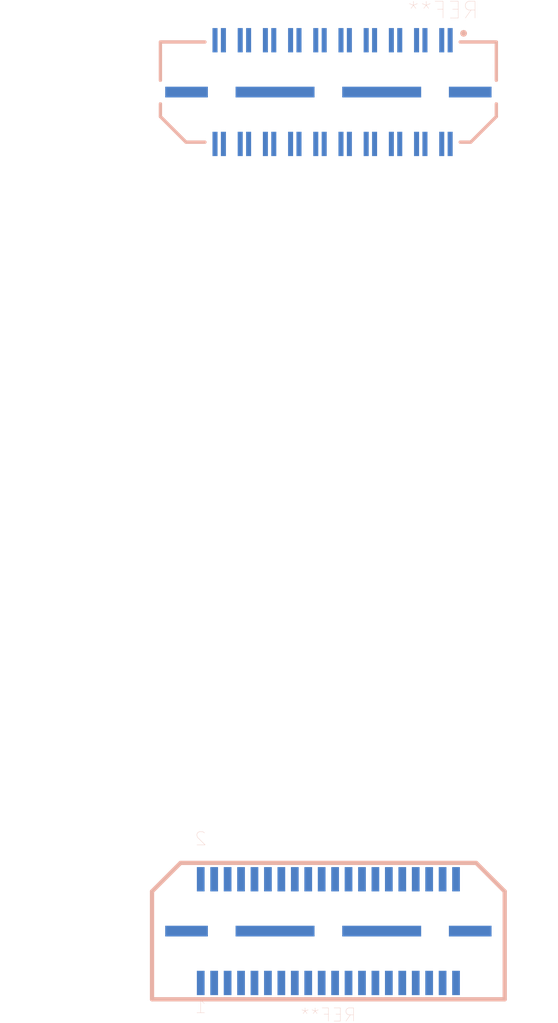
<source format=kicad_pcb>
(kicad_pcb (version 20171130) (host pcbnew 5.1.7-a382d34a8~88~ubuntu20.04.1)

  (general
    (thickness 1.6)
    (drawings 0)
    (tracks 0)
    (zones 0)
    (modules 2)
    (nets 1)
  )

  (page A4)
  (layers
    (0 F.Cu signal)
    (31 B.Cu signal)
    (32 B.Adhes user)
    (33 F.Adhes user)
    (34 B.Paste user)
    (35 F.Paste user)
    (36 B.SilkS user)
    (37 F.SilkS user)
    (38 B.Mask user)
    (39 F.Mask user)
    (40 Dwgs.User user)
    (41 Cmts.User user)
    (42 Eco1.User user)
    (43 Eco2.User user)
    (44 Edge.Cuts user)
    (45 Margin user)
    (46 B.CrtYd user)
    (47 F.CrtYd user)
    (48 B.Fab user)
    (49 F.Fab user)
  )

  (setup
    (last_trace_width 0.25)
    (trace_clearance 0.2)
    (zone_clearance 0.508)
    (zone_45_only no)
    (trace_min 0.2)
    (via_size 0.8)
    (via_drill 0.4)
    (via_min_size 0.4)
    (via_min_drill 0.3)
    (uvia_size 0.3)
    (uvia_drill 0.1)
    (uvias_allowed no)
    (uvia_min_size 0.2)
    (uvia_min_drill 0.1)
    (edge_width 0.05)
    (segment_width 0.2)
    (pcb_text_width 0.3)
    (pcb_text_size 1.5 1.5)
    (mod_edge_width 0.12)
    (mod_text_size 1 1)
    (mod_text_width 0.15)
    (pad_size 1.524 1.524)
    (pad_drill 0.762)
    (pad_to_mask_clearance 0)
    (aux_axis_origin 0 0)
    (visible_elements FFFFFF7F)
    (pcbplotparams
      (layerselection 0x00004_7ffffffe)
      (usegerberextensions false)
      (usegerberattributes true)
      (usegerberadvancedattributes true)
      (creategerberjobfile true)
      (excludeedgelayer true)
      (linewidth 0.100000)
      (plotframeref false)
      (viasonmask false)
      (mode 1)
      (useauxorigin false)
      (hpglpennumber 1)
      (hpglpenspeed 20)
      (hpglpendiameter 15.000000)
      (psnegative false)
      (psa4output false)
      (plotreference true)
      (plotvalue true)
      (plotinvisibletext false)
      (padsonsilk false)
      (subtractmaskfromsilk false)
      (outputformat 1)
      (mirror false)
      (drillshape 0)
      (scaleselection 1)
      (outputdirectory "gerbers/"))
  )

  (net 0 "")

  (net_class Default "This is the default net class."
    (clearance 0.2)
    (trace_width 0.25)
    (via_dia 0.8)
    (via_drill 0.4)
    (uvia_dia 0.3)
    (uvia_drill 0.1)
  )

  (module syzygy-stencil:SAMTEC_QTH-020-01-X-D-DP-A (layer B.Cu) (tedit 5FC069F3) (tstamp 5FD3EF0C)
    (at 100 20 180)
    (fp_text reference REF** (at -6.825 4.875) (layer B.SilkS)
      (effects (font (size 1 1) (thickness 0.015)) (justify mirror))
    )
    (fp_text value SAMTEC_QTH-020-01-X-D-DP-A (at 6.51 -4.965) (layer B.Fab)
      (effects (font (size 1 1) (thickness 0.015)) (justify mirror))
    )
    (fp_line (start -10.25 -4.065) (end -10.25 4.065) (layer B.CrtYd) (width 0.05))
    (fp_line (start 10.25 -4.065) (end -10.25 -4.065) (layer B.CrtYd) (width 0.05))
    (fp_line (start 10.25 4.065) (end 10.25 -4.065) (layer B.CrtYd) (width 0.05))
    (fp_line (start -10.25 4.065) (end 10.25 4.065) (layer B.CrtYd) (width 0.05))
    (fp_circle (center -8.05 3.5) (end -7.95 3.5) (layer B.Fab) (width 0.2))
    (fp_circle (center -8.05 3.5) (end -7.95 3.5) (layer B.SilkS) (width 0.2))
    (fp_line (start 8.476 -2.985) (end 7.35 -2.985) (layer B.SilkS) (width 0.2))
    (fp_line (start 10 2.985) (end 7.35 2.985) (layer B.SilkS) (width 0.2))
    (fp_line (start 10 -1.461) (end 10 -0.7) (layer B.SilkS) (width 0.2))
    (fp_line (start 10 0.7) (end 10 2.985) (layer B.SilkS) (width 0.2))
    (fp_line (start -8.476 -2.985) (end -7.85 -2.985) (layer B.SilkS) (width 0.2))
    (fp_line (start -10 2.985) (end -7.85 2.985) (layer B.SilkS) (width 0.2))
    (fp_line (start -10 0.7) (end -10 2.985) (layer B.SilkS) (width 0.2))
    (fp_line (start -10 -1.461) (end -10 -0.7) (layer B.SilkS) (width 0.2))
    (fp_line (start 10 -1.461) (end 8.476 -2.985) (layer B.SilkS) (width 0.2))
    (fp_line (start -8.476 -2.985) (end -10 -1.461) (layer B.SilkS) (width 0.2))
    (fp_line (start -10 -1.461) (end -10 2.985) (layer B.Fab) (width 0.1))
    (fp_line (start -8.476 -2.985) (end -10 -1.461) (layer B.Fab) (width 0.1))
    (fp_line (start 8.476 -2.985) (end -8.476 -2.985) (layer B.Fab) (width 0.1))
    (fp_line (start 10 -1.461) (end 8.476 -2.985) (layer B.Fab) (width 0.1))
    (fp_line (start 10 2.985) (end 10 -1.461) (layer B.Fab) (width 0.1))
    (fp_line (start -10 2.985) (end 10 2.985) (layer B.Fab) (width 0.1))
    (pad None np_thru_hole circle (at 9.24 2.03 180) (size 1.02 1.02) (drill 1.02) (layers *.Cu *.Mask))
    (pad None np_thru_hole circle (at -9.24 2.03 180) (size 1.02 1.02) (drill 1.02) (layers *.Cu *.Mask))
    (pad 40 smd rect (at 6.75 -3.09 180) (size 0.3 1.45) (layers B.Cu B.Paste B.Mask))
    (pad 39 smd rect (at 6.75 3.09 180) (size 0.3 1.45) (layers B.Cu B.Paste B.Mask))
    (pad 38 smd rect (at 6.25 -3.09 180) (size 0.3 1.45) (layers B.Cu B.Paste B.Mask))
    (pad 37 smd rect (at 6.25 3.09 180) (size 0.3 1.45) (layers B.Cu B.Paste B.Mask))
    (pad 36 smd rect (at 5.25 -3.09 180) (size 0.3 1.45) (layers B.Cu B.Paste B.Mask))
    (pad 35 smd rect (at 5.25 3.09 180) (size 0.3 1.45) (layers B.Cu B.Paste B.Mask))
    (pad 34 smd rect (at 4.75 -3.09 180) (size 0.3 1.45) (layers B.Cu B.Paste B.Mask))
    (pad 33 smd rect (at 4.75 3.09 180) (size 0.3 1.45) (layers B.Cu B.Paste B.Mask))
    (pad 32 smd rect (at 3.75 -3.09 180) (size 0.3 1.45) (layers B.Cu B.Paste B.Mask))
    (pad 31 smd rect (at 3.75 3.09 180) (size 0.3 1.45) (layers B.Cu B.Paste B.Mask))
    (pad 30 smd rect (at 3.25 -3.09 180) (size 0.3 1.45) (layers B.Cu B.Paste B.Mask))
    (pad 29 smd rect (at 3.25 3.09 180) (size 0.3 1.45) (layers B.Cu B.Paste B.Mask))
    (pad 28 smd rect (at 2.25 -3.09 180) (size 0.3 1.45) (layers B.Cu B.Paste B.Mask))
    (pad 27 smd rect (at 2.25 3.09 180) (size 0.3 1.45) (layers B.Cu B.Paste B.Mask))
    (pad 26 smd rect (at 1.75 -3.09 180) (size 0.3 1.45) (layers B.Cu B.Paste B.Mask))
    (pad 25 smd rect (at 1.75 3.09 180) (size 0.3 1.45) (layers B.Cu B.Paste B.Mask))
    (pad 24 smd rect (at 0.75 -3.09 180) (size 0.3 1.45) (layers B.Cu B.Paste B.Mask))
    (pad 23 smd rect (at 0.75 3.09 180) (size 0.3 1.45) (layers B.Cu B.Paste B.Mask))
    (pad 22 smd rect (at 0.25 -3.09 180) (size 0.3 1.45) (layers B.Cu B.Paste B.Mask))
    (pad 21 smd rect (at 0.25 3.09 180) (size 0.3 1.45) (layers B.Cu B.Paste B.Mask))
    (pad 20 smd rect (at -0.75 -3.09 180) (size 0.3 1.45) (layers B.Cu B.Paste B.Mask))
    (pad 19 smd rect (at -0.75 3.09 180) (size 0.3 1.45) (layers B.Cu B.Paste B.Mask))
    (pad 18 smd rect (at -1.25 -3.09 180) (size 0.3 1.45) (layers B.Cu B.Paste B.Mask))
    (pad 17 smd rect (at -1.25 3.09 180) (size 0.3 1.45) (layers B.Cu B.Paste B.Mask))
    (pad 16 smd rect (at -2.25 -3.09 180) (size 0.3 1.45) (layers B.Cu B.Paste B.Mask))
    (pad 15 smd rect (at -2.25 3.09 180) (size 0.3 1.45) (layers B.Cu B.Paste B.Mask))
    (pad 14 smd rect (at -2.75 -3.09 180) (size 0.3 1.45) (layers B.Cu B.Paste B.Mask))
    (pad 13 smd rect (at -2.75 3.09 180) (size 0.3 1.45) (layers B.Cu B.Paste B.Mask))
    (pad 12 smd rect (at -3.75 -3.09 180) (size 0.3 1.45) (layers B.Cu B.Paste B.Mask))
    (pad 11 smd rect (at -3.75 3.09 180) (size 0.3 1.45) (layers B.Cu B.Paste B.Mask))
    (pad 10 smd rect (at -4.25 -3.09 180) (size 0.3 1.45) (layers B.Cu B.Paste B.Mask))
    (pad 09 smd rect (at -4.25 3.09 180) (size 0.3 1.45) (layers B.Cu B.Paste B.Mask))
    (pad 08 smd rect (at -5.25 -3.09 180) (size 0.3 1.45) (layers B.Cu B.Paste B.Mask))
    (pad 07 smd rect (at -5.25 3.09 180) (size 0.3 1.45) (layers B.Cu B.Paste B.Mask))
    (pad 06 smd rect (at -5.75 -3.09 180) (size 0.3 1.45) (layers B.Cu B.Paste B.Mask))
    (pad 05 smd rect (at -5.75 3.09 180) (size 0.3 1.45) (layers B.Cu B.Paste B.Mask))
    (pad 04 smd rect (at -6.75 -3.09 180) (size 0.3 1.45) (layers B.Cu B.Paste B.Mask))
    (pad 03 smd rect (at -6.75 3.09 180) (size 0.3 1.45) (layers B.Cu B.Paste B.Mask))
    (pad 02 smd rect (at -7.25 -3.09 180) (size 0.3 1.45) (layers B.Cu B.Paste B.Mask))
    (pad 01 smd rect (at -7.25 3.09 180) (size 0.3 1.45) (layers B.Cu B.Paste B.Mask))
    (pad G3 smd rect (at 3.175 0 180) (size 4.7 0.64) (layers B.Cu B.Paste B.Mask))
    (pad G2 smd rect (at -3.175 0 180) (size 4.7 0.64) (layers B.Cu B.Paste B.Mask))
    (pad G4 smd rect (at 8.445 0 180) (size 2.54 0.64) (layers B.Cu B.Paste B.Mask))
    (pad G1 smd rect (at -8.445 0 180) (size 2.54 0.64) (layers B.Cu B.Paste B.Mask))
    (model ${KIPRJMOD}/3d/QTH-020-01-F-D-DP-A.stp
      (at (xyz 0 0 0))
      (scale (xyz 1 1 1))
      (rotate (xyz -90 0 0))
    )
  )

  (module syzygy-stencil:QTE-020-01-XXX-D-A (layer B.Cu) (tedit 5FD3EBC7) (tstamp 5FD3ECFA)
    (at 100 70)
    (descr "0.8MM DOUBLE ROW HS TERMINAL ASSEMBLY.")
    (fp_text reference REF** (at 0 5) (layer B.SilkS)
      (effects (font (size 0.787402 0.787402) (thickness 0.015)) (justify mirror))
    )
    (fp_text value QTE-020-01-XXX-D-A (at 6.5 -5) (layer B.Fab)
      (effects (font (size 0.787402 0.787402) (thickness 0.015)) (justify mirror))
    )
    (fp_text user 1 (at -7.6022 4.5) (layer B.SilkS)
      (effects (font (size 0.787402 0.787402) (thickness 0.015)) (justify mirror))
    )
    (fp_text user 2 (at -7.6022 -5.5) (layer B.SilkS)
      (effects (font (size 0.787402 0.787402) (thickness 0.015)) (justify mirror))
    )
    (fp_line (start -10 2.9845) (end 10 2.9845) (layer B.Fab) (width 0.254))
    (fp_line (start 10 2.9845) (end 10 -1.4605) (layer B.Fab) (width 0.254))
    (fp_line (start 10 -1.4605) (end 8.476 -2.9845) (layer B.Fab) (width 0.254))
    (fp_line (start 8.476 -2.9845) (end -8.476 -2.9845) (layer B.Fab) (width 0.254))
    (fp_line (start -8.476 -2.9845) (end -10 -1.4605) (layer B.Fab) (width 0.254))
    (fp_line (start -10 -1.4605) (end -10 2.9845) (layer B.Fab) (width 0.254))
    (fp_line (start -10.5 4.064) (end 10.5 4.064) (layer B.SilkS) (width 0.254))
    (fp_line (start 10.5 4.064) (end 10.5 -2.364) (layer B.SilkS) (width 0.254))
    (fp_line (start 10.5 -2.364) (end 8.8 -4.064) (layer B.SilkS) (width 0.254))
    (fp_line (start 8.8 -4.064) (end -8.8 -4.064) (layer B.SilkS) (width 0.254))
    (fp_line (start -8.8 -4.064) (end -10.5 -2.364) (layer B.SilkS) (width 0.254))
    (fp_line (start -10.5 -2.364) (end -10.5 4.064) (layer B.SilkS) (width 0.254))
    (pad None np_thru_hole circle (at 9.24 2.04) (size 1.016 1.016) (drill 1.016) (layers *.Cu *.Mask))
    (pad None np_thru_hole circle (at -9.24 2.04) (size 1.016 1.016) (drill 1.016) (layers *.Cu *.Mask))
    (pad G4 smd rect (at 8.445 0) (size 2.54 0.64) (layers B.Cu B.Paste B.Mask))
    (pad G3 smd rect (at 3.175 0) (size 4.7 0.64) (layers B.Cu B.Paste B.Mask))
    (pad G2 smd rect (at -3.175 0) (size 4.7 0.64) (layers B.Cu B.Paste B.Mask))
    (pad G1 smd rect (at -8.445 0) (size 2.54 0.64) (layers B.Cu B.Paste B.Mask))
    (pad 40 smd rect (at 7.6 -3.09) (size 0.46 1.45) (layers B.Cu B.Paste B.Mask))
    (pad 39 smd rect (at 7.6 3.09) (size 0.46 1.45) (layers B.Cu B.Paste B.Mask))
    (pad 38 smd rect (at 6.8 -3.09) (size 0.46 1.45) (layers B.Cu B.Paste B.Mask))
    (pad 37 smd rect (at 6.8 3.09) (size 0.46 1.45) (layers B.Cu B.Paste B.Mask))
    (pad 36 smd rect (at 6 -3.09) (size 0.46 1.45) (layers B.Cu B.Paste B.Mask))
    (pad 35 smd rect (at 6 3.09) (size 0.46 1.45) (layers B.Cu B.Paste B.Mask))
    (pad 34 smd rect (at 5.2 -3.09) (size 0.46 1.45) (layers B.Cu B.Paste B.Mask))
    (pad 33 smd rect (at 5.2 3.09) (size 0.46 1.45) (layers B.Cu B.Paste B.Mask))
    (pad 32 smd rect (at 4.4 -3.09) (size 0.46 1.45) (layers B.Cu B.Paste B.Mask))
    (pad 31 smd rect (at 4.4 3.09) (size 0.46 1.45) (layers B.Cu B.Paste B.Mask))
    (pad 30 smd rect (at 3.6 -3.09) (size 0.46 1.45) (layers B.Cu B.Paste B.Mask))
    (pad 29 smd rect (at 3.6 3.09) (size 0.46 1.45) (layers B.Cu B.Paste B.Mask))
    (pad 28 smd rect (at 2.8 -3.09) (size 0.46 1.45) (layers B.Cu B.Paste B.Mask))
    (pad 27 smd rect (at 2.8 3.09) (size 0.46 1.45) (layers B.Cu B.Paste B.Mask))
    (pad 26 smd rect (at 2 -3.09) (size 0.46 1.45) (layers B.Cu B.Paste B.Mask))
    (pad 25 smd rect (at 2 3.09) (size 0.46 1.45) (layers B.Cu B.Paste B.Mask))
    (pad 24 smd rect (at 1.2 -3.09) (size 0.46 1.45) (layers B.Cu B.Paste B.Mask))
    (pad 23 smd rect (at 1.2 3.09) (size 0.46 1.45) (layers B.Cu B.Paste B.Mask))
    (pad 22 smd rect (at 0.4 -3.09) (size 0.46 1.45) (layers B.Cu B.Paste B.Mask))
    (pad 21 smd rect (at 0.4 3.09) (size 0.46 1.45) (layers B.Cu B.Paste B.Mask))
    (pad 20 smd rect (at -0.4 -3.09) (size 0.46 1.45) (layers B.Cu B.Paste B.Mask))
    (pad 19 smd rect (at -0.4 3.09) (size 0.46 1.45) (layers B.Cu B.Paste B.Mask))
    (pad 18 smd rect (at -1.2 -3.09) (size 0.46 1.45) (layers B.Cu B.Paste B.Mask))
    (pad 17 smd rect (at -1.2 3.09) (size 0.46 1.45) (layers B.Cu B.Paste B.Mask))
    (pad 16 smd rect (at -2 -3.09) (size 0.46 1.45) (layers B.Cu B.Paste B.Mask))
    (pad 15 smd rect (at -2 3.09) (size 0.46 1.45) (layers B.Cu B.Paste B.Mask))
    (pad 14 smd rect (at -2.8 -3.09) (size 0.46 1.45) (layers B.Cu B.Paste B.Mask))
    (pad 13 smd rect (at -2.8 3.09) (size 0.46 1.45) (layers B.Cu B.Paste B.Mask))
    (pad 12 smd rect (at -3.6 -3.09) (size 0.46 1.45) (layers B.Cu B.Paste B.Mask))
    (pad 11 smd rect (at -3.6 3.09) (size 0.46 1.45) (layers B.Cu B.Paste B.Mask))
    (pad 10 smd rect (at -4.4 -3.09) (size 0.46 1.45) (layers B.Cu B.Paste B.Mask))
    (pad 9 smd rect (at -4.4 3.09) (size 0.46 1.45) (layers B.Cu B.Paste B.Mask))
    (pad 8 smd rect (at -5.2 -3.09) (size 0.46 1.45) (layers B.Cu B.Paste B.Mask))
    (pad 7 smd rect (at -5.2 3.09) (size 0.46 1.45) (layers B.Cu B.Paste B.Mask))
    (pad 6 smd rect (at -6 -3.09) (size 0.46 1.45) (layers B.Cu B.Paste B.Mask))
    (pad 5 smd rect (at -6 3.09) (size 0.46 1.45) (layers B.Cu B.Paste B.Mask))
    (pad 4 smd rect (at -6.8 -3.09) (size 0.46 1.45) (layers B.Cu B.Paste B.Mask))
    (pad 3 smd rect (at -6.8 3.09) (size 0.46 1.45) (layers B.Cu B.Paste B.Mask))
    (pad 2 smd rect (at -7.6 -3.09) (size 0.46 1.45) (layers B.Cu B.Paste B.Mask))
    (pad 1 smd rect (at -7.6 3.09) (size 0.46 1.45) (layers B.Cu B.Paste B.Mask))
  )

)

</source>
